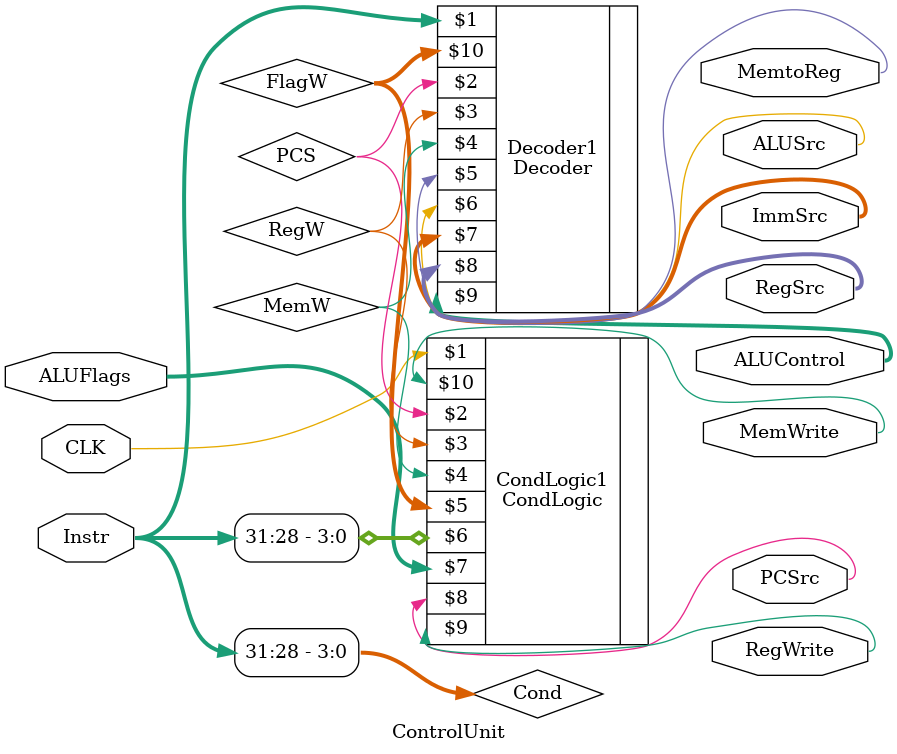
<source format=v>
module ControlUnit(
    input [31:0] Instr,
    input [3:0] ALUFlags,
    input CLK,
    output MemtoReg,
    output MemWrite,
    output ALUSrc,
    output [1:0] ImmSrc,
    output RegWrite,
    output [1:0] RegSrc,
    output [1:0] ALUControl,
    output PCSrc
    );
    wire [3:0] Cond;
    wire PCS, RegW, MemW; // 修正：PCS，而不是 PSC
    wire [1:0] FlagW;
    assign Cond=Instr[31:28];
    CondLogic CondLogic1(
     CLK,
     PCS,
     RegW,
     MemW,
     FlagW,
     Cond,
     ALUFlags,

     PCSrc,
     RegWrite,
     MemWrite
    );

    Decoder Decoder1(
     Instr,
     PCS,
     RegW,
     MemW,
     MemtoReg,
     ALUSrc,
     ImmSrc,
     RegSrc,
     ALUControl,
     FlagW
    );
endmodule
</source>
